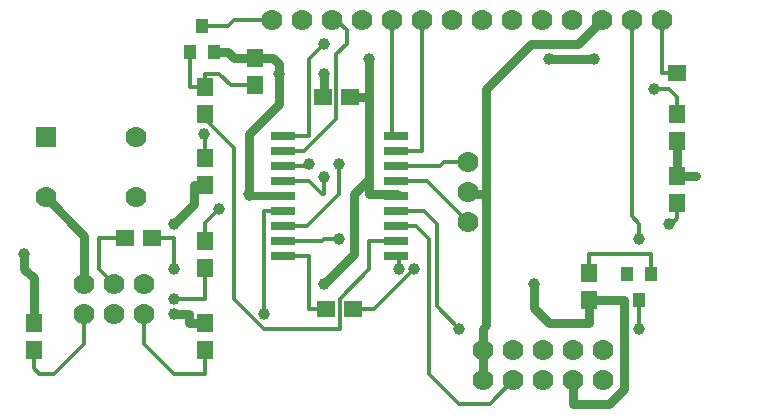
<source format=gbr>
G04 GERBER ASCII OUTPUT FROM: EDWINXP (VER. 1.20 REV. 20030502)*
G04 GERBER FORMAT: RX-274-X*
G04 BOARD: SERIAL_LCD_VER3*
G04 ARTWORK OF COMP.LAYER POSITIVE*
%ASAXBY*%
%FSLAX23Y23*%
%MIA0B0*%
%MOIN*%
%OFA0.0000B0.0000*%
%SFA1B1*%
%IJA0B0*%
%INLAYER2POS*%
%IOA0B0*%
%IPPOS*%
%IR0*%
G04 APERTURE MACROS*
%AMEDWDONUT*
1,1,$1,$2,$3*
1,0,$4,$2,$3*
%
%AMEDWFRECT*
20,1,$1,$2,$3,$4,$5,$6*
%
%AMEDWORECT*
20,1,$1,$2,$3,$4,$5,$10*
20,1,$1,$4,$5,$6,$7,$10*
20,1,$1,$6,$7,$8,$9,$10*
20,1,$1,$8,$9,$2,$3,$10*
1,1,$1,$2,$3*
1,1,$1,$4,$5*
1,1,$1,$6,$7*
1,1,$1,$8,$9*
%
%AMEDWLINER*
20,1,$1,$2,$3,$4,$5,$6*
1,1,$1,$2,$3*
1,1,$1,$4,$5*
%
%AMEDWFTRNG*
4,1,3,$1,$2,$3,$4,$5,$6,$7,$8,$9*
%
%AMEDWATRNG*
4,1,3,$1,$2,$3,$4,$5,$6,$7,$8,$9*
20,1,$11,$1,$2,$3,$4,$10*
20,1,$11,$3,$4,$5,$6,$10*
20,1,$11,$5,$6,$7,$8,$10*
1,1,$11,$3,$4*
1,1,$11,$5,$6*
1,1,$11,$7,$8*
%
%AMEDWOTRNG*
20,1,$1,$2,$3,$4,$5,$8*
20,1,$1,$4,$5,$6,$7,$8*
20,1,$1,$6,$7,$2,$3,$8*
1,1,$1,$2,$3*
1,1,$1,$4,$5*
1,1,$1,$6,$7*
%
G04*
G04 APERTURE LIST*
%ADD10R,0.0500X0.0580*%
%ADD11R,0.0740X0.0820*%
%ADD12R,0.0400X0.0480*%
%ADD13R,0.0640X0.0720*%
%ADD14R,0.0650X0.0700*%
%ADD15R,0.0890X0.0940*%
%ADD16R,0.0550X0.0600*%
%ADD17R,0.0790X0.0840*%
%ADD18R,0.0700X0.0650*%
%ADD19R,0.0940X0.0890*%
%ADD20R,0.0600X0.0550*%
%ADD21R,0.0840X0.0790*%
%ADD22R,0.0900X0.0350*%
%ADD23R,0.1140X0.0590*%
%ADD24R,0.0800X0.0250*%
%ADD25R,0.1040X0.0490*%
%ADD26R,0.0800X0.0800*%
%ADD27R,0.1040X0.1040*%
%ADD28R,0.0700X0.0700*%
%ADD29R,0.0940X0.0940*%
%ADD30C,0.0010*%
%ADD32C,0.0020*%
%ADD33R,0.0020X0.0020*%
%ADD34C,0.0030*%
%ADD35R,0.0030X0.0030*%
%ADD36C,0.0040*%
%ADD37R,0.0040X0.0040*%
%ADD38C,0.0050*%
%ADD39R,0.0050X0.0050*%
%ADD40C,0.00787*%
%ADD41R,0.00787X0.00787*%
%ADD42C,0.00795*%
%ADD44C,0.00894*%
%ADD46C,0.00984*%
%ADD47R,0.00984X0.00984*%
%ADD48C,0.0120*%
%ADD50C,0.01299*%
%ADD52C,0.01969*%
%ADD53R,0.01969X0.01969*%
%ADD54C,0.0250*%
%ADD56C,0.02784*%
%ADD58C,0.0280*%
%ADD60C,0.0290*%
%ADD62C,0.0300*%
%ADD64C,0.03195*%
%ADD66C,0.03294*%
%ADD68C,0.0360*%
%ADD70C,0.03699*%
%ADD72C,0.03937*%
%ADD73R,0.03937X0.03937*%
%ADD74C,0.0490*%
%ADD76C,0.0500*%
%ADD77R,0.0500X0.0500*%
%ADD78C,0.05184*%
%ADD80C,0.0540*%
%ADD82C,0.05487*%
%ADD84C,0.0560*%
%ADD86C,0.05906*%
%ADD87R,0.05906X0.05906*%
%ADD88C,0.0600*%
%ADD89R,0.0600X0.0600*%
%ADD90C,0.0620*%
%ADD92C,0.06906*%
%ADD93R,0.06906X0.06906*%
%ADD94C,0.0700*%
%ADD95R,0.0700X0.0700*%
%ADD96C,0.07087*%
%ADD98C,0.07887*%
%ADD100C,0.0800*%
%ADD102C,0.0860*%
%ADD104C,0.08858*%
%ADD105R,0.08858X0.08858*%
%ADD106C,0.0940*%
%ADD108C,0.09843*%
%ADD109R,0.09843X0.09843*%
%ADD110C,0.1040*%
%ADD112C,0.1100*%
%ADD115R,0.11258X0.11258*%
%ADD117R,0.12243X0.12243*%
%ADD118C,0.22243*%
%ADD119R,0.22243X0.22243*%
%ADD120C,0.32243*%
%ADD121R,0.32243X0.32243*%
%ADD122C,0.42243*%
%ADD123R,0.42243X0.42243*%
%ADD124C,0.52243*%
%ADD125R,0.52243X0.52243*%
%ADD126C,0.62243*%
%ADD127R,0.62243X0.62243*%
%ADD128C,0.72243*%
%ADD129R,0.72243X0.72243*%
%ADD130C,0.82243*%
%ADD131R,0.82243X0.82243*%
%ADD132C,0.92243*%
%ADD133R,0.92243X0.92243*%
%ADD134C,1.02243*%
%ADD135R,1.02243X1.02243*%
%ADD136C,1.12243*%
%ADD137R,1.12243X1.12243*%
%ADD138C,1.22243*%
%ADD139R,1.22243X1.22243*%
%ADD140C,1.32243*%
%ADD141R,1.32243X1.32243*%
%ADD142C,1.42243*%
%ADD143R,1.42243X1.42243*%
%ADD144C,1.52243*%
%ADD145R,1.52243X1.52243*%
%ADD146C,1.62243*%
%ADD147R,1.62243X1.62243*%
%ADD148C,1.72243*%
%ADD149R,1.72243X1.72243*%
%ADD150C,1.82243*%
%ADD151R,1.82243X1.82243*%
%ADD152C,1.92243*%
%ADD153R,1.92243X1.92243*%
G04*
D94* 
X2231Y217D02*D03*
X2231Y117D02*D03*
X2131Y217D02*D03*
X2131Y117D02*D03*
X2031Y217D02*D03*
X2031Y117D02*D03*
X1931Y217D02*D03*
X1931Y117D02*D03*
X1831Y217D02*D03*
X1831Y117D02*D03*
D12* 
X2392Y472D02*D03*
X2312Y472D02*D03*
X2352Y384D02*D03*
D16* 
X2185Y474D02*D03*
X2185Y384D02*D03*
D20* 
X1309Y354D02*D03*
X1399Y354D02*D03*
D16* 
X906Y582D02*D03*
X906Y492D02*D03*
X335Y217D02*D03*
X335Y307D02*D03*
D20* 
X2570Y1142D02*D03*
X2480Y1142D02*D03*
D16* 
X2480Y1005D02*D03*
X2480Y915D02*D03*
X2480Y709D02*D03*
X2480Y799D02*D03*
X906Y858D02*D03*
X906Y768D02*D03*
D20* 
X1388Y1063D02*D03*
X1298Y1063D02*D03*
D16* 
X1073Y1101D02*D03*
X1073Y1191D02*D03*
D24* 
X1166Y931D02*D03*
X1166Y881D02*D03*
X1166Y831D02*D03*
X1166Y781D02*D03*
X1166Y731D02*D03*
X1166Y681D02*D03*
X1166Y631D02*D03*
X1166Y581D02*D03*
X1166Y531D02*D03*
X1541Y531D02*D03*
X1541Y581D02*D03*
X1541Y631D02*D03*
X1541Y681D02*D03*
X1541Y731D02*D03*
X1541Y781D02*D03*
X1541Y831D02*D03*
X1541Y881D02*D03*
X1541Y931D02*D03*
D94* 
X2628Y1319D02*D03*
X2528Y1319D02*D03*
X2428Y1319D02*D03*
X2328Y1319D02*D03*
X2228Y1319D02*D03*
X2128Y1319D02*D03*
X2028Y1319D02*D03*
X1928Y1319D02*D03*
X1828Y1319D02*D03*
X1728Y1319D02*D03*
X1628Y1319D02*D03*
X1528Y1319D02*D03*
X1428Y1319D02*D03*
X1328Y1319D02*D03*
X1228Y1319D02*D03*
X1128Y1319D02*D03*
X1781Y846D02*D03*
X1781Y746D02*D03*
X1781Y646D02*D03*
X502Y340D02*D03*
X602Y340D02*D03*
X702Y340D02*D03*
D28* 
X374Y928D02*D03*
D94* 
X374Y728D02*D03*
X674Y728D02*D03*
X674Y928D02*D03*
D12* 
X856Y1211D02*D03*
X936Y1211D02*D03*
X896Y1299D02*D03*
D16* 
X906Y1094D02*D03*
X906Y1004D02*D03*
X906Y307D02*D03*
X906Y217D02*D03*
D94* 
X702Y440D02*D03*
X602Y440D02*D03*
X502Y440D02*D03*
D20* 
X638Y591D02*D03*
X728Y591D02*D03*
D72* 
X1302Y796D02*D03*
X2452Y640D02*D03*
X2402Y1090D02*D03*
X2052Y1190D02*D03*
X2202Y1190D02*D03*
X302Y540D02*D03*
X2002Y440D02*D03*
X1302Y440D02*D03*
X1452Y1190D02*D03*
X1302Y1140D02*D03*
X802Y340D02*D03*
X802Y640D02*D03*
X1152Y1140D02*D03*
X1052Y740D02*D03*
X2552Y790D02*D03*
X1102Y340D02*D03*
X2352Y590D02*D03*
X1352Y590D02*D03*
X1352Y840D02*D03*
X1302Y1240D02*D03*
X802Y390D02*D03*
X1752Y290D02*D03*
X952Y690D02*D03*
X1252Y840D02*D03*
X1602Y490D02*D03*
X802Y490D02*D03*
X1552Y490D02*D03*
X902Y940D02*D03*
X2352Y290D02*D03*
D62* 
X1302Y1140D02*
X1302Y1063D01*
X1298Y1063D01*
X2480Y799D02*
X2480Y915D01*
X802Y340D02*
X852Y340D01*
X852Y307D01*
X906Y307D01*
X1073Y1191D02*
X1002Y1191D01*
X982Y1211D01*
X936Y1211D01*
X1073Y1191D02*
X1132Y1191D01*
X1152Y1171D01*
X1152Y1140D01*
X802Y640D02*
X868Y706D01*
X868Y768D01*
X906Y768D01*
X2652Y1142D02*
X2570Y1142D01*
X1052Y740D02*
X1052Y940D01*
X1152Y1040D01*
X1152Y1140D01*
X374Y728D02*
X502Y600D01*
X502Y440D01*
X1831Y217D02*
X1831Y290D01*
X1843Y302D01*
X1843Y740D01*
X1843Y1090D01*
X1993Y1240D01*
X2149Y1240D01*
X2228Y1319D01*
X2552Y790D02*
X2652Y890D01*
X2652Y1142D01*
X2688Y1178D01*
X2688Y1284D01*
X2653Y1319D01*
X2628Y1319D01*
X1781Y746D02*
X1788Y740D01*
X1843Y740D01*
X2185Y384D02*
X2302Y384D01*
X2302Y90D01*
X2252Y40D01*
X2131Y40D01*
X2131Y117D01*
X302Y540D02*
X302Y490D01*
X335Y457D01*
X335Y307D01*
X2185Y384D02*
X2185Y310D01*
X2052Y310D01*
X2002Y360D01*
X2002Y440D01*
X1452Y1063D02*
X1388Y1063D01*
X1452Y790D02*
X1402Y740D01*
X1402Y540D01*
X1302Y440D01*
X1452Y1190D02*
X1452Y1063D01*
X1452Y790D01*
X1052Y740D02*
X1052Y731D01*
D54* 
X1052Y731D02*
X1171Y731D01*
D62* 
X2480Y799D02*
X2543Y799D01*
X2552Y790D01*
X1831Y217D02*
X1831Y117D01*
D50* 
X2392Y472D02*
X2392Y540D01*
X2185Y540D01*
X2185Y474D01*
X1781Y646D02*
X1646Y781D01*
X1546Y781D01*
X2452Y640D02*
X2461Y640D01*
X2480Y659D01*
X2480Y709D01*
X1781Y846D02*
X1702Y846D01*
X1687Y831D01*
X1546Y831D01*
X2402Y1090D02*
X2452Y1090D01*
X2480Y1061D01*
X2480Y1005D01*
D62* 
X1452Y790D02*
X1452Y740D01*
X1546Y740D01*
D54* 
X1546Y740D02*
X1546Y731D01*
D62* 
X2052Y1190D02*
X2202Y1190D01*
D50* 
X1252Y840D02*
X1244Y831D01*
X1171Y831D01*
X906Y1094D02*
X856Y1094D01*
X856Y1211D01*
X906Y1094D02*
X906Y1140D01*
X952Y1140D01*
X991Y1101D01*
X1073Y1101D01*
X2428Y1319D02*
X2428Y1142D01*
X2480Y1142D01*
X1602Y490D02*
X1467Y354D01*
X1399Y354D01*
X502Y340D02*
X502Y240D01*
X402Y140D01*
X352Y140D01*
X335Y157D01*
X335Y217D01*
X702Y340D02*
X702Y240D01*
X802Y140D01*
X906Y140D01*
X906Y217D01*
X802Y490D02*
X802Y591D01*
X728Y591D01*
X1552Y490D02*
X1552Y531D01*
X1546Y531D01*
X602Y440D02*
X552Y490D01*
X552Y591D01*
X638Y591D01*
X1128Y1319D02*
X1002Y1319D01*
X982Y1299D01*
X896Y1299D01*
X2352Y290D02*
X2352Y290D01*
X2352Y384D01*
X902Y940D02*
X906Y936D01*
X906Y858D01*
X1302Y796D02*
X1302Y740D01*
X1294Y740D01*
X1252Y781D01*
X1171Y781D01*
X1352Y590D02*
X1302Y590D01*
X1294Y581D01*
X1171Y581D01*
X1352Y840D02*
X1352Y740D01*
X1244Y631D01*
X1171Y631D01*
X1328Y1319D02*
X1343Y1319D01*
X1378Y1284D01*
X1378Y1240D01*
X1343Y1205D01*
X1343Y990D01*
X1235Y881D01*
X1171Y881D01*
X1302Y1240D02*
X1252Y1190D01*
X1252Y931D01*
X1171Y931D01*
X1528Y1319D02*
X1528Y931D01*
X1546Y931D01*
X1628Y1319D02*
X1628Y881D01*
X1546Y881D01*
X802Y390D02*
X906Y390D01*
X906Y492D01*
X1931Y117D02*
X1854Y40D01*
X1752Y40D01*
X1652Y140D01*
X1652Y590D01*
X1610Y631D01*
X1546Y631D01*
X1752Y290D02*
X1677Y365D01*
X1677Y640D01*
X1635Y681D01*
X1546Y681D01*
X952Y690D02*
X906Y643D01*
X906Y582D01*
X1102Y340D02*
X1102Y681D01*
X1171Y681D01*
X1309Y354D02*
X1252Y354D01*
X1252Y531D01*
X1171Y531D01*
X906Y1004D02*
X906Y990D01*
X1002Y893D01*
X1002Y390D01*
X1102Y290D01*
X1354Y290D01*
X1354Y390D01*
X1452Y488D01*
X1452Y581D01*
X1546Y581D01*
X2352Y590D02*
X2352Y640D01*
X2328Y664D01*
X2328Y1319D01*
M02*

</source>
